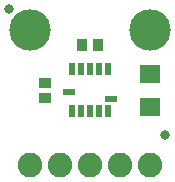
<source format=gbr>
G04 EAGLE Gerber RS-274X export*
G75*
%MOMM*%
%FSLAX34Y34*%
%LPD*%
%INSoldermask Top*%
%IPPOS*%
%AMOC8*
5,1,8,0,0,1.08239X$1,22.5*%
G01*
%ADD10R,0.553200X1.008200*%
%ADD11R,1.008200X0.603200*%
%ADD12R,0.903200X1.103200*%
%ADD13R,1.103200X0.903200*%
%ADD14R,1.803200X1.603200*%
%ADD15C,2.082800*%
%ADD16C,3.505200*%
%ADD17C,0.838200*%


D10*
X61200Y58475D03*
X68700Y58475D03*
X76200Y58475D03*
X83700Y58475D03*
X91200Y58475D03*
X91200Y93925D03*
X61200Y93925D03*
X68700Y93925D03*
X83700Y93925D03*
X76200Y93925D03*
D11*
X58475Y74450D03*
X93925Y69050D03*
D12*
X82700Y114300D03*
X69700Y114300D03*
D13*
X38100Y69700D03*
X38100Y82700D03*
D14*
X127000Y90200D03*
X127000Y62200D03*
D15*
X25400Y12700D03*
X50800Y12700D03*
X76200Y12700D03*
X101600Y12700D03*
X127000Y12700D03*
D16*
X25400Y127000D03*
X127000Y127000D03*
D17*
X139700Y38100D03*
X7620Y144780D03*
M02*

</source>
